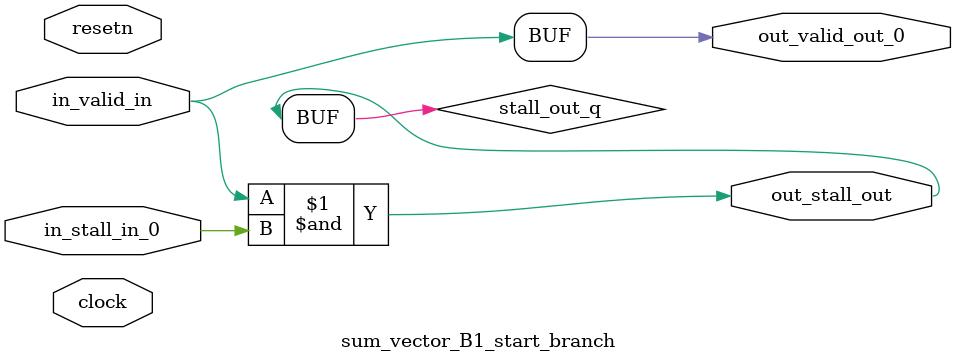
<source format=sv>



(* altera_attribute = "-name AUTO_SHIFT_REGISTER_RECOGNITION OFF; -name MESSAGE_DISABLE 10036; -name MESSAGE_DISABLE 10037; -name MESSAGE_DISABLE 14130; -name MESSAGE_DISABLE 14320; -name MESSAGE_DISABLE 15400; -name MESSAGE_DISABLE 14130; -name MESSAGE_DISABLE 10036; -name MESSAGE_DISABLE 12020; -name MESSAGE_DISABLE 12030; -name MESSAGE_DISABLE 12010; -name MESSAGE_DISABLE 12110; -name MESSAGE_DISABLE 14320; -name MESSAGE_DISABLE 13410; -name MESSAGE_DISABLE 113007; -name MESSAGE_DISABLE 10958" *)
module sum_vector_B1_start_branch (
    input wire [0:0] in_stall_in_0,
    input wire [0:0] in_valid_in,
    output wire [0:0] out_stall_out,
    output wire [0:0] out_valid_out_0,
    input wire clock,
    input wire resetn
    );

    wire [0:0] stall_out_q;


    // stall_out(LOGICAL,6)
    assign stall_out_q = in_valid_in & in_stall_in_0;

    // out_stall_out(GPOUT,4)
    assign out_stall_out = stall_out_q;

    // out_valid_out_0(GPOUT,5)
    assign out_valid_out_0 = in_valid_in;

endmodule

</source>
